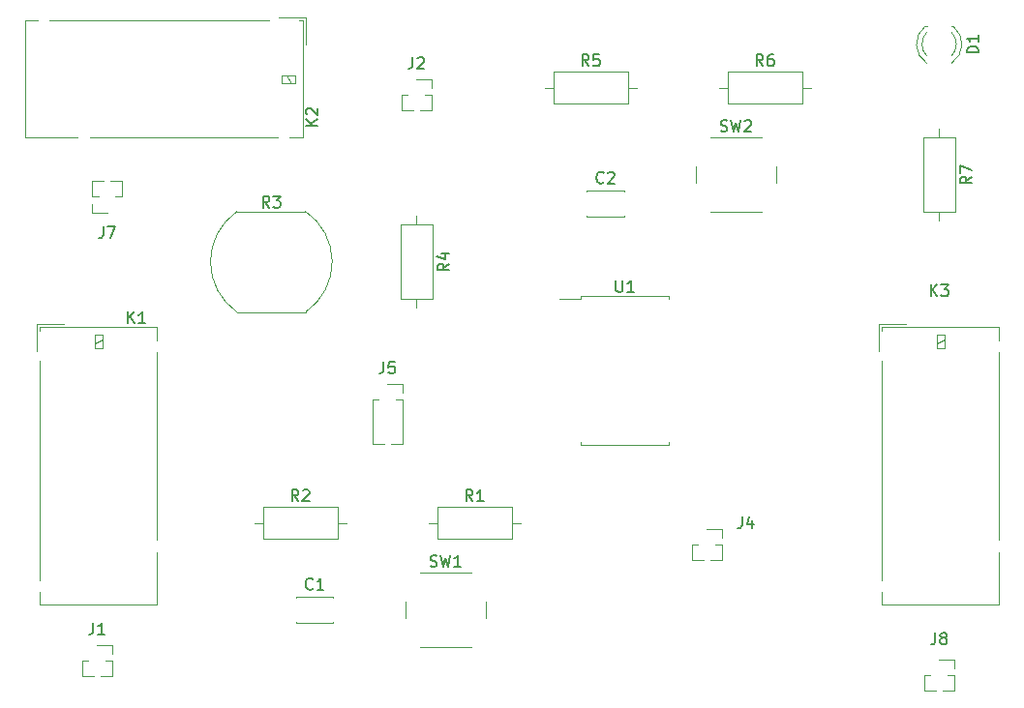
<source format=gbr>
%TF.GenerationSoftware,KiCad,Pcbnew,7.0.2*%
%TF.CreationDate,2023-06-25T21:00:02-03:00*%
%TF.ProjectId,horta,686f7274-612e-46b6-9963-61645f706362,rev?*%
%TF.SameCoordinates,Original*%
%TF.FileFunction,Legend,Top*%
%TF.FilePolarity,Positive*%
%FSLAX46Y46*%
G04 Gerber Fmt 4.6, Leading zero omitted, Abs format (unit mm)*
G04 Created by KiCad (PCBNEW 7.0.2) date 2023-06-25 21:00:02*
%MOMM*%
%LPD*%
G01*
G04 APERTURE LIST*
%ADD10C,0.150000*%
%ADD11C,0.120000*%
G04 APERTURE END LIST*
D10*
%TO.C,U1*%
X153748095Y-93077619D02*
X153748095Y-93887142D01*
X153748095Y-93887142D02*
X153795714Y-93982380D01*
X153795714Y-93982380D02*
X153843333Y-94030000D01*
X153843333Y-94030000D02*
X153938571Y-94077619D01*
X153938571Y-94077619D02*
X154129047Y-94077619D01*
X154129047Y-94077619D02*
X154224285Y-94030000D01*
X154224285Y-94030000D02*
X154271904Y-93982380D01*
X154271904Y-93982380D02*
X154319523Y-93887142D01*
X154319523Y-93887142D02*
X154319523Y-93077619D01*
X155319523Y-94077619D02*
X154748095Y-94077619D01*
X155033809Y-94077619D02*
X155033809Y-93077619D01*
X155033809Y-93077619D02*
X154938571Y-93220476D01*
X154938571Y-93220476D02*
X154843333Y-93315714D01*
X154843333Y-93315714D02*
X154748095Y-93363333D01*
%TO.C,SW2*%
X162906667Y-79985000D02*
X163049524Y-80032619D01*
X163049524Y-80032619D02*
X163287619Y-80032619D01*
X163287619Y-80032619D02*
X163382857Y-79985000D01*
X163382857Y-79985000D02*
X163430476Y-79937380D01*
X163430476Y-79937380D02*
X163478095Y-79842142D01*
X163478095Y-79842142D02*
X163478095Y-79746904D01*
X163478095Y-79746904D02*
X163430476Y-79651666D01*
X163430476Y-79651666D02*
X163382857Y-79604047D01*
X163382857Y-79604047D02*
X163287619Y-79556428D01*
X163287619Y-79556428D02*
X163097143Y-79508809D01*
X163097143Y-79508809D02*
X163001905Y-79461190D01*
X163001905Y-79461190D02*
X162954286Y-79413571D01*
X162954286Y-79413571D02*
X162906667Y-79318333D01*
X162906667Y-79318333D02*
X162906667Y-79223095D01*
X162906667Y-79223095D02*
X162954286Y-79127857D01*
X162954286Y-79127857D02*
X163001905Y-79080238D01*
X163001905Y-79080238D02*
X163097143Y-79032619D01*
X163097143Y-79032619D02*
X163335238Y-79032619D01*
X163335238Y-79032619D02*
X163478095Y-79080238D01*
X163811429Y-79032619D02*
X164049524Y-80032619D01*
X164049524Y-80032619D02*
X164240000Y-79318333D01*
X164240000Y-79318333D02*
X164430476Y-80032619D01*
X164430476Y-80032619D02*
X164668572Y-79032619D01*
X165001905Y-79127857D02*
X165049524Y-79080238D01*
X165049524Y-79080238D02*
X165144762Y-79032619D01*
X165144762Y-79032619D02*
X165382857Y-79032619D01*
X165382857Y-79032619D02*
X165478095Y-79080238D01*
X165478095Y-79080238D02*
X165525714Y-79127857D01*
X165525714Y-79127857D02*
X165573333Y-79223095D01*
X165573333Y-79223095D02*
X165573333Y-79318333D01*
X165573333Y-79318333D02*
X165525714Y-79461190D01*
X165525714Y-79461190D02*
X164954286Y-80032619D01*
X164954286Y-80032619D02*
X165573333Y-80032619D01*
%TO.C,SW1*%
X137506667Y-118085000D02*
X137649524Y-118132619D01*
X137649524Y-118132619D02*
X137887619Y-118132619D01*
X137887619Y-118132619D02*
X137982857Y-118085000D01*
X137982857Y-118085000D02*
X138030476Y-118037380D01*
X138030476Y-118037380D02*
X138078095Y-117942142D01*
X138078095Y-117942142D02*
X138078095Y-117846904D01*
X138078095Y-117846904D02*
X138030476Y-117751666D01*
X138030476Y-117751666D02*
X137982857Y-117704047D01*
X137982857Y-117704047D02*
X137887619Y-117656428D01*
X137887619Y-117656428D02*
X137697143Y-117608809D01*
X137697143Y-117608809D02*
X137601905Y-117561190D01*
X137601905Y-117561190D02*
X137554286Y-117513571D01*
X137554286Y-117513571D02*
X137506667Y-117418333D01*
X137506667Y-117418333D02*
X137506667Y-117323095D01*
X137506667Y-117323095D02*
X137554286Y-117227857D01*
X137554286Y-117227857D02*
X137601905Y-117180238D01*
X137601905Y-117180238D02*
X137697143Y-117132619D01*
X137697143Y-117132619D02*
X137935238Y-117132619D01*
X137935238Y-117132619D02*
X138078095Y-117180238D01*
X138411429Y-117132619D02*
X138649524Y-118132619D01*
X138649524Y-118132619D02*
X138840000Y-117418333D01*
X138840000Y-117418333D02*
X139030476Y-118132619D01*
X139030476Y-118132619D02*
X139268572Y-117132619D01*
X140173333Y-118132619D02*
X139601905Y-118132619D01*
X139887619Y-118132619D02*
X139887619Y-117132619D01*
X139887619Y-117132619D02*
X139792381Y-117275476D01*
X139792381Y-117275476D02*
X139697143Y-117370714D01*
X139697143Y-117370714D02*
X139601905Y-117418333D01*
%TO.C,R7*%
X184852619Y-83986666D02*
X184376428Y-84319999D01*
X184852619Y-84558094D02*
X183852619Y-84558094D01*
X183852619Y-84558094D02*
X183852619Y-84177142D01*
X183852619Y-84177142D02*
X183900238Y-84081904D01*
X183900238Y-84081904D02*
X183947857Y-84034285D01*
X183947857Y-84034285D02*
X184043095Y-83986666D01*
X184043095Y-83986666D02*
X184185952Y-83986666D01*
X184185952Y-83986666D02*
X184281190Y-84034285D01*
X184281190Y-84034285D02*
X184328809Y-84081904D01*
X184328809Y-84081904D02*
X184376428Y-84177142D01*
X184376428Y-84177142D02*
X184376428Y-84558094D01*
X183852619Y-83653332D02*
X183852619Y-82986666D01*
X183852619Y-82986666D02*
X184852619Y-83415237D01*
%TO.C,R6*%
X166613333Y-74292619D02*
X166280000Y-73816428D01*
X166041905Y-74292619D02*
X166041905Y-73292619D01*
X166041905Y-73292619D02*
X166422857Y-73292619D01*
X166422857Y-73292619D02*
X166518095Y-73340238D01*
X166518095Y-73340238D02*
X166565714Y-73387857D01*
X166565714Y-73387857D02*
X166613333Y-73483095D01*
X166613333Y-73483095D02*
X166613333Y-73625952D01*
X166613333Y-73625952D02*
X166565714Y-73721190D01*
X166565714Y-73721190D02*
X166518095Y-73768809D01*
X166518095Y-73768809D02*
X166422857Y-73816428D01*
X166422857Y-73816428D02*
X166041905Y-73816428D01*
X167470476Y-73292619D02*
X167280000Y-73292619D01*
X167280000Y-73292619D02*
X167184762Y-73340238D01*
X167184762Y-73340238D02*
X167137143Y-73387857D01*
X167137143Y-73387857D02*
X167041905Y-73530714D01*
X167041905Y-73530714D02*
X166994286Y-73721190D01*
X166994286Y-73721190D02*
X166994286Y-74102142D01*
X166994286Y-74102142D02*
X167041905Y-74197380D01*
X167041905Y-74197380D02*
X167089524Y-74245000D01*
X167089524Y-74245000D02*
X167184762Y-74292619D01*
X167184762Y-74292619D02*
X167375238Y-74292619D01*
X167375238Y-74292619D02*
X167470476Y-74245000D01*
X167470476Y-74245000D02*
X167518095Y-74197380D01*
X167518095Y-74197380D02*
X167565714Y-74102142D01*
X167565714Y-74102142D02*
X167565714Y-73864047D01*
X167565714Y-73864047D02*
X167518095Y-73768809D01*
X167518095Y-73768809D02*
X167470476Y-73721190D01*
X167470476Y-73721190D02*
X167375238Y-73673571D01*
X167375238Y-73673571D02*
X167184762Y-73673571D01*
X167184762Y-73673571D02*
X167089524Y-73721190D01*
X167089524Y-73721190D02*
X167041905Y-73768809D01*
X167041905Y-73768809D02*
X166994286Y-73864047D01*
%TO.C,R5*%
X151373333Y-74292619D02*
X151040000Y-73816428D01*
X150801905Y-74292619D02*
X150801905Y-73292619D01*
X150801905Y-73292619D02*
X151182857Y-73292619D01*
X151182857Y-73292619D02*
X151278095Y-73340238D01*
X151278095Y-73340238D02*
X151325714Y-73387857D01*
X151325714Y-73387857D02*
X151373333Y-73483095D01*
X151373333Y-73483095D02*
X151373333Y-73625952D01*
X151373333Y-73625952D02*
X151325714Y-73721190D01*
X151325714Y-73721190D02*
X151278095Y-73768809D01*
X151278095Y-73768809D02*
X151182857Y-73816428D01*
X151182857Y-73816428D02*
X150801905Y-73816428D01*
X152278095Y-73292619D02*
X151801905Y-73292619D01*
X151801905Y-73292619D02*
X151754286Y-73768809D01*
X151754286Y-73768809D02*
X151801905Y-73721190D01*
X151801905Y-73721190D02*
X151897143Y-73673571D01*
X151897143Y-73673571D02*
X152135238Y-73673571D01*
X152135238Y-73673571D02*
X152230476Y-73721190D01*
X152230476Y-73721190D02*
X152278095Y-73768809D01*
X152278095Y-73768809D02*
X152325714Y-73864047D01*
X152325714Y-73864047D02*
X152325714Y-74102142D01*
X152325714Y-74102142D02*
X152278095Y-74197380D01*
X152278095Y-74197380D02*
X152230476Y-74245000D01*
X152230476Y-74245000D02*
X152135238Y-74292619D01*
X152135238Y-74292619D02*
X151897143Y-74292619D01*
X151897143Y-74292619D02*
X151801905Y-74245000D01*
X151801905Y-74245000D02*
X151754286Y-74197380D01*
%TO.C,R4*%
X139132619Y-91606666D02*
X138656428Y-91939999D01*
X139132619Y-92178094D02*
X138132619Y-92178094D01*
X138132619Y-92178094D02*
X138132619Y-91797142D01*
X138132619Y-91797142D02*
X138180238Y-91701904D01*
X138180238Y-91701904D02*
X138227857Y-91654285D01*
X138227857Y-91654285D02*
X138323095Y-91606666D01*
X138323095Y-91606666D02*
X138465952Y-91606666D01*
X138465952Y-91606666D02*
X138561190Y-91654285D01*
X138561190Y-91654285D02*
X138608809Y-91701904D01*
X138608809Y-91701904D02*
X138656428Y-91797142D01*
X138656428Y-91797142D02*
X138656428Y-92178094D01*
X138465952Y-90749523D02*
X139132619Y-90749523D01*
X138085000Y-90987618D02*
X138799285Y-91225713D01*
X138799285Y-91225713D02*
X138799285Y-90606666D01*
%TO.C,R3*%
X123433333Y-86702619D02*
X123100000Y-86226428D01*
X122861905Y-86702619D02*
X122861905Y-85702619D01*
X122861905Y-85702619D02*
X123242857Y-85702619D01*
X123242857Y-85702619D02*
X123338095Y-85750238D01*
X123338095Y-85750238D02*
X123385714Y-85797857D01*
X123385714Y-85797857D02*
X123433333Y-85893095D01*
X123433333Y-85893095D02*
X123433333Y-86035952D01*
X123433333Y-86035952D02*
X123385714Y-86131190D01*
X123385714Y-86131190D02*
X123338095Y-86178809D01*
X123338095Y-86178809D02*
X123242857Y-86226428D01*
X123242857Y-86226428D02*
X122861905Y-86226428D01*
X123766667Y-85702619D02*
X124385714Y-85702619D01*
X124385714Y-85702619D02*
X124052381Y-86083571D01*
X124052381Y-86083571D02*
X124195238Y-86083571D01*
X124195238Y-86083571D02*
X124290476Y-86131190D01*
X124290476Y-86131190D02*
X124338095Y-86178809D01*
X124338095Y-86178809D02*
X124385714Y-86274047D01*
X124385714Y-86274047D02*
X124385714Y-86512142D01*
X124385714Y-86512142D02*
X124338095Y-86607380D01*
X124338095Y-86607380D02*
X124290476Y-86655000D01*
X124290476Y-86655000D02*
X124195238Y-86702619D01*
X124195238Y-86702619D02*
X123909524Y-86702619D01*
X123909524Y-86702619D02*
X123814286Y-86655000D01*
X123814286Y-86655000D02*
X123766667Y-86607380D01*
%TO.C,R2*%
X125973333Y-112392619D02*
X125640000Y-111916428D01*
X125401905Y-112392619D02*
X125401905Y-111392619D01*
X125401905Y-111392619D02*
X125782857Y-111392619D01*
X125782857Y-111392619D02*
X125878095Y-111440238D01*
X125878095Y-111440238D02*
X125925714Y-111487857D01*
X125925714Y-111487857D02*
X125973333Y-111583095D01*
X125973333Y-111583095D02*
X125973333Y-111725952D01*
X125973333Y-111725952D02*
X125925714Y-111821190D01*
X125925714Y-111821190D02*
X125878095Y-111868809D01*
X125878095Y-111868809D02*
X125782857Y-111916428D01*
X125782857Y-111916428D02*
X125401905Y-111916428D01*
X126354286Y-111487857D02*
X126401905Y-111440238D01*
X126401905Y-111440238D02*
X126497143Y-111392619D01*
X126497143Y-111392619D02*
X126735238Y-111392619D01*
X126735238Y-111392619D02*
X126830476Y-111440238D01*
X126830476Y-111440238D02*
X126878095Y-111487857D01*
X126878095Y-111487857D02*
X126925714Y-111583095D01*
X126925714Y-111583095D02*
X126925714Y-111678333D01*
X126925714Y-111678333D02*
X126878095Y-111821190D01*
X126878095Y-111821190D02*
X126306667Y-112392619D01*
X126306667Y-112392619D02*
X126925714Y-112392619D01*
%TO.C,R1*%
X141213333Y-112392619D02*
X140880000Y-111916428D01*
X140641905Y-112392619D02*
X140641905Y-111392619D01*
X140641905Y-111392619D02*
X141022857Y-111392619D01*
X141022857Y-111392619D02*
X141118095Y-111440238D01*
X141118095Y-111440238D02*
X141165714Y-111487857D01*
X141165714Y-111487857D02*
X141213333Y-111583095D01*
X141213333Y-111583095D02*
X141213333Y-111725952D01*
X141213333Y-111725952D02*
X141165714Y-111821190D01*
X141165714Y-111821190D02*
X141118095Y-111868809D01*
X141118095Y-111868809D02*
X141022857Y-111916428D01*
X141022857Y-111916428D02*
X140641905Y-111916428D01*
X142165714Y-112392619D02*
X141594286Y-112392619D01*
X141880000Y-112392619D02*
X141880000Y-111392619D01*
X141880000Y-111392619D02*
X141784762Y-111535476D01*
X141784762Y-111535476D02*
X141689524Y-111630714D01*
X141689524Y-111630714D02*
X141594286Y-111678333D01*
%TO.C,K3*%
X181281905Y-94442619D02*
X181281905Y-93442619D01*
X181853333Y-94442619D02*
X181424762Y-93871190D01*
X181853333Y-93442619D02*
X181281905Y-94014047D01*
X182186667Y-93442619D02*
X182805714Y-93442619D01*
X182805714Y-93442619D02*
X182472381Y-93823571D01*
X182472381Y-93823571D02*
X182615238Y-93823571D01*
X182615238Y-93823571D02*
X182710476Y-93871190D01*
X182710476Y-93871190D02*
X182758095Y-93918809D01*
X182758095Y-93918809D02*
X182805714Y-94014047D01*
X182805714Y-94014047D02*
X182805714Y-94252142D01*
X182805714Y-94252142D02*
X182758095Y-94347380D01*
X182758095Y-94347380D02*
X182710476Y-94395000D01*
X182710476Y-94395000D02*
X182615238Y-94442619D01*
X182615238Y-94442619D02*
X182329524Y-94442619D01*
X182329524Y-94442619D02*
X182234286Y-94395000D01*
X182234286Y-94395000D02*
X182186667Y-94347380D01*
%TO.C,K2*%
X127630119Y-79500594D02*
X126630119Y-79500594D01*
X127630119Y-78929166D02*
X127058690Y-79357737D01*
X126630119Y-78929166D02*
X127201547Y-79500594D01*
X126725357Y-78548213D02*
X126677738Y-78500594D01*
X126677738Y-78500594D02*
X126630119Y-78405356D01*
X126630119Y-78405356D02*
X126630119Y-78167261D01*
X126630119Y-78167261D02*
X126677738Y-78072023D01*
X126677738Y-78072023D02*
X126725357Y-78024404D01*
X126725357Y-78024404D02*
X126820595Y-77976785D01*
X126820595Y-77976785D02*
X126915833Y-77976785D01*
X126915833Y-77976785D02*
X127058690Y-78024404D01*
X127058690Y-78024404D02*
X127630119Y-78595832D01*
X127630119Y-78595832D02*
X127630119Y-77976785D01*
%TO.C,K1*%
X111044405Y-96815119D02*
X111044405Y-95815119D01*
X111615833Y-96815119D02*
X111187262Y-96243690D01*
X111615833Y-95815119D02*
X111044405Y-96386547D01*
X112568214Y-96815119D02*
X111996786Y-96815119D01*
X112282500Y-96815119D02*
X112282500Y-95815119D01*
X112282500Y-95815119D02*
X112187262Y-95957976D01*
X112187262Y-95957976D02*
X112092024Y-96053214D01*
X112092024Y-96053214D02*
X111996786Y-96100833D01*
%TO.C,J8*%
X181686666Y-123922619D02*
X181686666Y-124636904D01*
X181686666Y-124636904D02*
X181639047Y-124779761D01*
X181639047Y-124779761D02*
X181543809Y-124875000D01*
X181543809Y-124875000D02*
X181400952Y-124922619D01*
X181400952Y-124922619D02*
X181305714Y-124922619D01*
X182305714Y-124351190D02*
X182210476Y-124303571D01*
X182210476Y-124303571D02*
X182162857Y-124255952D01*
X182162857Y-124255952D02*
X182115238Y-124160714D01*
X182115238Y-124160714D02*
X182115238Y-124113095D01*
X182115238Y-124113095D02*
X182162857Y-124017857D01*
X182162857Y-124017857D02*
X182210476Y-123970238D01*
X182210476Y-123970238D02*
X182305714Y-123922619D01*
X182305714Y-123922619D02*
X182496190Y-123922619D01*
X182496190Y-123922619D02*
X182591428Y-123970238D01*
X182591428Y-123970238D02*
X182639047Y-124017857D01*
X182639047Y-124017857D02*
X182686666Y-124113095D01*
X182686666Y-124113095D02*
X182686666Y-124160714D01*
X182686666Y-124160714D02*
X182639047Y-124255952D01*
X182639047Y-124255952D02*
X182591428Y-124303571D01*
X182591428Y-124303571D02*
X182496190Y-124351190D01*
X182496190Y-124351190D02*
X182305714Y-124351190D01*
X182305714Y-124351190D02*
X182210476Y-124398809D01*
X182210476Y-124398809D02*
X182162857Y-124446428D01*
X182162857Y-124446428D02*
X182115238Y-124541666D01*
X182115238Y-124541666D02*
X182115238Y-124732142D01*
X182115238Y-124732142D02*
X182162857Y-124827380D01*
X182162857Y-124827380D02*
X182210476Y-124875000D01*
X182210476Y-124875000D02*
X182305714Y-124922619D01*
X182305714Y-124922619D02*
X182496190Y-124922619D01*
X182496190Y-124922619D02*
X182591428Y-124875000D01*
X182591428Y-124875000D02*
X182639047Y-124827380D01*
X182639047Y-124827380D02*
X182686666Y-124732142D01*
X182686666Y-124732142D02*
X182686666Y-124541666D01*
X182686666Y-124541666D02*
X182639047Y-124446428D01*
X182639047Y-124446428D02*
X182591428Y-124398809D01*
X182591428Y-124398809D02*
X182496190Y-124351190D01*
%TO.C,J7*%
X108886666Y-88362619D02*
X108886666Y-89076904D01*
X108886666Y-89076904D02*
X108839047Y-89219761D01*
X108839047Y-89219761D02*
X108743809Y-89315000D01*
X108743809Y-89315000D02*
X108600952Y-89362619D01*
X108600952Y-89362619D02*
X108505714Y-89362619D01*
X109267619Y-88362619D02*
X109934285Y-88362619D01*
X109934285Y-88362619D02*
X109505714Y-89362619D01*
%TO.C,J5*%
X133426666Y-100197619D02*
X133426666Y-100911904D01*
X133426666Y-100911904D02*
X133379047Y-101054761D01*
X133379047Y-101054761D02*
X133283809Y-101150000D01*
X133283809Y-101150000D02*
X133140952Y-101197619D01*
X133140952Y-101197619D02*
X133045714Y-101197619D01*
X134379047Y-100197619D02*
X133902857Y-100197619D01*
X133902857Y-100197619D02*
X133855238Y-100673809D01*
X133855238Y-100673809D02*
X133902857Y-100626190D01*
X133902857Y-100626190D02*
X133998095Y-100578571D01*
X133998095Y-100578571D02*
X134236190Y-100578571D01*
X134236190Y-100578571D02*
X134331428Y-100626190D01*
X134331428Y-100626190D02*
X134379047Y-100673809D01*
X134379047Y-100673809D02*
X134426666Y-100769047D01*
X134426666Y-100769047D02*
X134426666Y-101007142D01*
X134426666Y-101007142D02*
X134379047Y-101102380D01*
X134379047Y-101102380D02*
X134331428Y-101150000D01*
X134331428Y-101150000D02*
X134236190Y-101197619D01*
X134236190Y-101197619D02*
X133998095Y-101197619D01*
X133998095Y-101197619D02*
X133902857Y-101150000D01*
X133902857Y-101150000D02*
X133855238Y-101102380D01*
%TO.C,J4*%
X164766666Y-113762619D02*
X164766666Y-114476904D01*
X164766666Y-114476904D02*
X164719047Y-114619761D01*
X164719047Y-114619761D02*
X164623809Y-114715000D01*
X164623809Y-114715000D02*
X164480952Y-114762619D01*
X164480952Y-114762619D02*
X164385714Y-114762619D01*
X165671428Y-114095952D02*
X165671428Y-114762619D01*
X165433333Y-113715000D02*
X165195238Y-114429285D01*
X165195238Y-114429285D02*
X165814285Y-114429285D01*
%TO.C,J2*%
X135966666Y-73527619D02*
X135966666Y-74241904D01*
X135966666Y-74241904D02*
X135919047Y-74384761D01*
X135919047Y-74384761D02*
X135823809Y-74480000D01*
X135823809Y-74480000D02*
X135680952Y-74527619D01*
X135680952Y-74527619D02*
X135585714Y-74527619D01*
X136395238Y-73622857D02*
X136442857Y-73575238D01*
X136442857Y-73575238D02*
X136538095Y-73527619D01*
X136538095Y-73527619D02*
X136776190Y-73527619D01*
X136776190Y-73527619D02*
X136871428Y-73575238D01*
X136871428Y-73575238D02*
X136919047Y-73622857D01*
X136919047Y-73622857D02*
X136966666Y-73718095D01*
X136966666Y-73718095D02*
X136966666Y-73813333D01*
X136966666Y-73813333D02*
X136919047Y-73956190D01*
X136919047Y-73956190D02*
X136347619Y-74527619D01*
X136347619Y-74527619D02*
X136966666Y-74527619D01*
%TO.C,J1*%
X108026666Y-123057619D02*
X108026666Y-123771904D01*
X108026666Y-123771904D02*
X107979047Y-123914761D01*
X107979047Y-123914761D02*
X107883809Y-124010000D01*
X107883809Y-124010000D02*
X107740952Y-124057619D01*
X107740952Y-124057619D02*
X107645714Y-124057619D01*
X109026666Y-124057619D02*
X108455238Y-124057619D01*
X108740952Y-124057619D02*
X108740952Y-123057619D01*
X108740952Y-123057619D02*
X108645714Y-123200476D01*
X108645714Y-123200476D02*
X108550476Y-123295714D01*
X108550476Y-123295714D02*
X108455238Y-123343333D01*
%TO.C,D1*%
X185442619Y-73128094D02*
X184442619Y-73128094D01*
X184442619Y-73128094D02*
X184442619Y-72889999D01*
X184442619Y-72889999D02*
X184490238Y-72747142D01*
X184490238Y-72747142D02*
X184585476Y-72651904D01*
X184585476Y-72651904D02*
X184680714Y-72604285D01*
X184680714Y-72604285D02*
X184871190Y-72556666D01*
X184871190Y-72556666D02*
X185014047Y-72556666D01*
X185014047Y-72556666D02*
X185204523Y-72604285D01*
X185204523Y-72604285D02*
X185299761Y-72651904D01*
X185299761Y-72651904D02*
X185395000Y-72747142D01*
X185395000Y-72747142D02*
X185442619Y-72889999D01*
X185442619Y-72889999D02*
X185442619Y-73128094D01*
X185442619Y-71604285D02*
X185442619Y-72175713D01*
X185442619Y-71889999D02*
X184442619Y-71889999D01*
X184442619Y-71889999D02*
X184585476Y-71985237D01*
X184585476Y-71985237D02*
X184680714Y-72080475D01*
X184680714Y-72080475D02*
X184728333Y-72175713D01*
%TO.C,C2*%
X152663333Y-84477380D02*
X152615714Y-84525000D01*
X152615714Y-84525000D02*
X152472857Y-84572619D01*
X152472857Y-84572619D02*
X152377619Y-84572619D01*
X152377619Y-84572619D02*
X152234762Y-84525000D01*
X152234762Y-84525000D02*
X152139524Y-84429761D01*
X152139524Y-84429761D02*
X152091905Y-84334523D01*
X152091905Y-84334523D02*
X152044286Y-84144047D01*
X152044286Y-84144047D02*
X152044286Y-84001190D01*
X152044286Y-84001190D02*
X152091905Y-83810714D01*
X152091905Y-83810714D02*
X152139524Y-83715476D01*
X152139524Y-83715476D02*
X152234762Y-83620238D01*
X152234762Y-83620238D02*
X152377619Y-83572619D01*
X152377619Y-83572619D02*
X152472857Y-83572619D01*
X152472857Y-83572619D02*
X152615714Y-83620238D01*
X152615714Y-83620238D02*
X152663333Y-83667857D01*
X153044286Y-83667857D02*
X153091905Y-83620238D01*
X153091905Y-83620238D02*
X153187143Y-83572619D01*
X153187143Y-83572619D02*
X153425238Y-83572619D01*
X153425238Y-83572619D02*
X153520476Y-83620238D01*
X153520476Y-83620238D02*
X153568095Y-83667857D01*
X153568095Y-83667857D02*
X153615714Y-83763095D01*
X153615714Y-83763095D02*
X153615714Y-83858333D01*
X153615714Y-83858333D02*
X153568095Y-84001190D01*
X153568095Y-84001190D02*
X152996667Y-84572619D01*
X152996667Y-84572619D02*
X153615714Y-84572619D01*
%TO.C,C1*%
X127223333Y-120037380D02*
X127175714Y-120085000D01*
X127175714Y-120085000D02*
X127032857Y-120132619D01*
X127032857Y-120132619D02*
X126937619Y-120132619D01*
X126937619Y-120132619D02*
X126794762Y-120085000D01*
X126794762Y-120085000D02*
X126699524Y-119989761D01*
X126699524Y-119989761D02*
X126651905Y-119894523D01*
X126651905Y-119894523D02*
X126604286Y-119704047D01*
X126604286Y-119704047D02*
X126604286Y-119561190D01*
X126604286Y-119561190D02*
X126651905Y-119370714D01*
X126651905Y-119370714D02*
X126699524Y-119275476D01*
X126699524Y-119275476D02*
X126794762Y-119180238D01*
X126794762Y-119180238D02*
X126937619Y-119132619D01*
X126937619Y-119132619D02*
X127032857Y-119132619D01*
X127032857Y-119132619D02*
X127175714Y-119180238D01*
X127175714Y-119180238D02*
X127223333Y-119227857D01*
X128175714Y-120132619D02*
X127604286Y-120132619D01*
X127890000Y-120132619D02*
X127890000Y-119132619D01*
X127890000Y-119132619D02*
X127794762Y-119275476D01*
X127794762Y-119275476D02*
X127699524Y-119370714D01*
X127699524Y-119370714D02*
X127604286Y-119418333D01*
D11*
%TO.C,U1*%
X154510000Y-94455000D02*
X150650000Y-94455000D01*
X154510000Y-107475000D02*
X150650000Y-107475000D01*
X154510000Y-107475000D02*
X158370000Y-107475000D01*
X150650000Y-107475000D02*
X150650000Y-107240000D01*
X150650000Y-94690000D02*
X148835000Y-94690000D01*
X150650000Y-94455000D02*
X150650000Y-94690000D01*
X158370000Y-107475000D02*
X158370000Y-107240000D01*
X158370000Y-94455000D02*
X158370000Y-94690000D01*
X154510000Y-94455000D02*
X158370000Y-94455000D01*
%TO.C,SW2*%
X161990000Y-87070000D02*
X166490000Y-87070000D01*
X160740000Y-83070000D02*
X160740000Y-84570000D01*
X166490000Y-80570000D02*
X161990000Y-80570000D01*
X167740000Y-84570000D02*
X167740000Y-83070000D01*
%TO.C,SW1*%
X142340000Y-122670000D02*
X142340000Y-121170000D01*
X141090000Y-118670000D02*
X136590000Y-118670000D01*
X135340000Y-121170000D02*
X135340000Y-122670000D01*
X136590000Y-125170000D02*
X141090000Y-125170000D01*
%TO.C,R7*%
X182020000Y-87860000D02*
X182020000Y-87090000D01*
X182020000Y-79780000D02*
X182020000Y-80550000D01*
X183390000Y-80550000D02*
X180650000Y-80550000D01*
X180650000Y-87090000D02*
X183390000Y-87090000D01*
X180650000Y-80550000D02*
X180650000Y-87090000D01*
X183390000Y-87090000D02*
X183390000Y-80550000D01*
%TO.C,R6*%
X170050000Y-74830000D02*
X163510000Y-74830000D01*
X163510000Y-77570000D02*
X170050000Y-77570000D01*
X170050000Y-77570000D02*
X170050000Y-74830000D01*
X163510000Y-74830000D02*
X163510000Y-77570000D01*
X162740000Y-76200000D02*
X163510000Y-76200000D01*
X170820000Y-76200000D02*
X170050000Y-76200000D01*
%TO.C,R5*%
X154810000Y-74830000D02*
X148270000Y-74830000D01*
X148270000Y-77570000D02*
X154810000Y-77570000D01*
X154810000Y-77570000D02*
X154810000Y-74830000D01*
X148270000Y-74830000D02*
X148270000Y-77570000D01*
X147500000Y-76200000D02*
X148270000Y-76200000D01*
X155580000Y-76200000D02*
X154810000Y-76200000D01*
%TO.C,R4*%
X137670000Y-94710000D02*
X137670000Y-88170000D01*
X134930000Y-88170000D02*
X134930000Y-94710000D01*
X134930000Y-94710000D02*
X137670000Y-94710000D01*
X137670000Y-88170000D02*
X134930000Y-88170000D01*
X136300000Y-87400000D02*
X136300000Y-88170000D01*
X136300000Y-95480000D02*
X136300000Y-94710000D01*
%TO.C,R3*%
X120600000Y-95840000D02*
X126600000Y-95840000D01*
X120600000Y-87040000D02*
X126600000Y-87040000D01*
X120567350Y-87062440D02*
G75*
G03*
X120600000Y-95839999I3032650J-4377560D01*
G01*
X126632650Y-95817560D02*
G75*
G03*
X126600000Y-87040001I-3032650J4377560D01*
G01*
%TO.C,R2*%
X130180000Y-114300000D02*
X129410000Y-114300000D01*
X122100000Y-114300000D02*
X122870000Y-114300000D01*
X122870000Y-112930000D02*
X122870000Y-115670000D01*
X129410000Y-115670000D02*
X129410000Y-112930000D01*
X122870000Y-115670000D02*
X129410000Y-115670000D01*
X129410000Y-112930000D02*
X122870000Y-112930000D01*
%TO.C,R1*%
X145420000Y-114300000D02*
X144650000Y-114300000D01*
X137340000Y-114300000D02*
X138110000Y-114300000D01*
X138110000Y-112930000D02*
X138110000Y-115670000D01*
X144650000Y-115670000D02*
X144650000Y-112930000D01*
X138110000Y-115670000D02*
X144650000Y-115670000D01*
X144650000Y-112930000D02*
X138110000Y-112930000D01*
%TO.C,K3*%
X182512500Y-97812500D02*
X181812500Y-97812500D01*
X181812500Y-99012500D02*
X182512500Y-99012500D01*
X187262500Y-121462500D02*
X176962500Y-121462500D01*
X181812500Y-98612500D02*
X182512500Y-98212500D01*
X176962500Y-97162500D02*
X176962500Y-97502500D01*
X187262500Y-97162500D02*
X187262500Y-98302500D01*
X176712500Y-99252500D02*
X176712500Y-96912500D01*
X176962500Y-121462500D02*
X176962500Y-120322500D01*
X176962500Y-100122500D02*
X176962500Y-119302500D01*
X181812500Y-97812500D02*
X181812500Y-99012500D01*
X187262500Y-99322500D02*
X187262500Y-115802500D01*
X182512500Y-99012500D02*
X182512500Y-97812500D01*
X187262500Y-97162500D02*
X176962500Y-97162500D01*
X187252500Y-116862500D02*
X187262500Y-121462500D01*
X176712500Y-96912500D02*
X179112500Y-96912500D01*
%TO.C,K2*%
X125707500Y-75832500D02*
X125707500Y-75132500D01*
X124507500Y-75132500D02*
X124507500Y-75832500D01*
X102057500Y-80582500D02*
X102057500Y-70282500D01*
X124907500Y-75132500D02*
X125307500Y-75832500D01*
X126357500Y-70282500D02*
X126017500Y-70282500D01*
X126357500Y-80582500D02*
X125217500Y-80582500D01*
X124267500Y-70032500D02*
X126607500Y-70032500D01*
X102057500Y-70282500D02*
X103197500Y-70282500D01*
X123397500Y-70282500D02*
X104217500Y-70282500D01*
X125707500Y-75132500D02*
X124507500Y-75132500D01*
X124197500Y-80582500D02*
X107717500Y-80582500D01*
X124507500Y-75832500D02*
X125707500Y-75832500D01*
X126357500Y-80582500D02*
X126357500Y-70282500D01*
X106657500Y-80572500D02*
X102057500Y-80582500D01*
X126607500Y-70032500D02*
X126607500Y-72432500D01*
%TO.C,K1*%
X108852500Y-97812500D02*
X108152500Y-97812500D01*
X108152500Y-99012500D02*
X108852500Y-99012500D01*
X113602500Y-121462500D02*
X103302500Y-121462500D01*
X108152500Y-98612500D02*
X108852500Y-98212500D01*
X103302500Y-97162500D02*
X103302500Y-97502500D01*
X113602500Y-97162500D02*
X113602500Y-98302500D01*
X103052500Y-99252500D02*
X103052500Y-96912500D01*
X103302500Y-121462500D02*
X103302500Y-120322500D01*
X103302500Y-100122500D02*
X103302500Y-119302500D01*
X108152500Y-97812500D02*
X108152500Y-99012500D01*
X113602500Y-99322500D02*
X113602500Y-115802500D01*
X108852500Y-99012500D02*
X108852500Y-97812500D01*
X113602500Y-97162500D02*
X103302500Y-97162500D01*
X113592500Y-116862500D02*
X113602500Y-121462500D01*
X103052500Y-96912500D02*
X105452500Y-96912500D01*
%TO.C,J8*%
X180690000Y-127635000D02*
X181260000Y-127635000D01*
X182020000Y-126240000D02*
X183350000Y-126240000D01*
X180690000Y-127635000D02*
X180690000Y-128965000D01*
X182327530Y-128965000D02*
X183350000Y-128965000D01*
X183350000Y-127635000D02*
X183350000Y-128965000D01*
X183350000Y-126240000D02*
X183350000Y-127000000D01*
X182780000Y-127635000D02*
X183350000Y-127635000D01*
X180690000Y-128965000D02*
X181712470Y-128965000D01*
%TO.C,J7*%
X110550000Y-85725000D02*
X109980000Y-85725000D01*
X109220000Y-87120000D02*
X107890000Y-87120000D01*
X110550000Y-85725000D02*
X110550000Y-84395000D01*
X108912470Y-84395000D02*
X107890000Y-84395000D01*
X107890000Y-85725000D02*
X107890000Y-84395000D01*
X107890000Y-87120000D02*
X107890000Y-86360000D01*
X108460000Y-85725000D02*
X107890000Y-85725000D01*
X110550000Y-84395000D02*
X109527530Y-84395000D01*
%TO.C,J5*%
X132430000Y-103505000D02*
X132430000Y-107375000D01*
X134067530Y-107375000D02*
X135090000Y-107375000D01*
X132430000Y-107375000D02*
X133452470Y-107375000D01*
X135090000Y-102110000D02*
X135090000Y-102870000D01*
X133760000Y-102110000D02*
X135090000Y-102110000D01*
X132430000Y-103505000D02*
X133000000Y-103505000D01*
X135090000Y-103505000D02*
X135090000Y-107375000D01*
X134520000Y-103505000D02*
X135090000Y-103505000D01*
%TO.C,J4*%
X160370000Y-116205000D02*
X160940000Y-116205000D01*
X161700000Y-114810000D02*
X163030000Y-114810000D01*
X160370000Y-116205000D02*
X160370000Y-117535000D01*
X162007530Y-117535000D02*
X163030000Y-117535000D01*
X163030000Y-116205000D02*
X163030000Y-117535000D01*
X163030000Y-114810000D02*
X163030000Y-115570000D01*
X162460000Y-116205000D02*
X163030000Y-116205000D01*
X160370000Y-117535000D02*
X161392470Y-117535000D01*
%TO.C,J2*%
X134970000Y-76835000D02*
X135540000Y-76835000D01*
X136300000Y-75440000D02*
X137630000Y-75440000D01*
X134970000Y-76835000D02*
X134970000Y-78165000D01*
X136607530Y-78165000D02*
X137630000Y-78165000D01*
X137630000Y-76835000D02*
X137630000Y-78165000D01*
X137630000Y-75440000D02*
X137630000Y-76200000D01*
X137060000Y-76835000D02*
X137630000Y-76835000D01*
X134970000Y-78165000D02*
X135992470Y-78165000D01*
%TO.C,J1*%
X107030000Y-126365000D02*
X107600000Y-126365000D01*
X108360000Y-124970000D02*
X109690000Y-124970000D01*
X107030000Y-126365000D02*
X107030000Y-127695000D01*
X108667530Y-127695000D02*
X109690000Y-127695000D01*
X109690000Y-126365000D02*
X109690000Y-127695000D01*
X109690000Y-124970000D02*
X109690000Y-125730000D01*
X109120000Y-126365000D02*
X109690000Y-126365000D01*
X107030000Y-127695000D02*
X108052470Y-127695000D01*
%TO.C,D1*%
X183256000Y-70830000D02*
X183100000Y-70830000D01*
X180940000Y-70830000D02*
X180784000Y-70830000D01*
X183099836Y-73431129D02*
G75*
G03*
X183099999Y-71349040I-1079836J1041129D01*
G01*
X180784485Y-70830001D02*
G75*
G03*
X180941392Y-74062334I1235515J-1559999D01*
G01*
X180940001Y-71349040D02*
G75*
G03*
X180940164Y-73431129I1079999J-1040960D01*
G01*
X183098608Y-74062334D02*
G75*
G03*
X183255515Y-70830001I-1078608J1672334D01*
G01*
%TO.C,C2*%
X151210000Y-85240000D02*
X151210000Y-85305000D01*
X151210000Y-87480000D02*
X154450000Y-87480000D01*
X151210000Y-87415000D02*
X151210000Y-87480000D01*
X154450000Y-87415000D02*
X154450000Y-87480000D01*
X154450000Y-85240000D02*
X154450000Y-85305000D01*
X151210000Y-85240000D02*
X154450000Y-85240000D01*
%TO.C,C1*%
X125770000Y-120800000D02*
X125770000Y-120865000D01*
X125770000Y-123040000D02*
X129010000Y-123040000D01*
X125770000Y-122975000D02*
X125770000Y-123040000D01*
X129010000Y-122975000D02*
X129010000Y-123040000D01*
X129010000Y-120800000D02*
X129010000Y-120865000D01*
X125770000Y-120800000D02*
X129010000Y-120800000D01*
%TD*%
M02*

</source>
